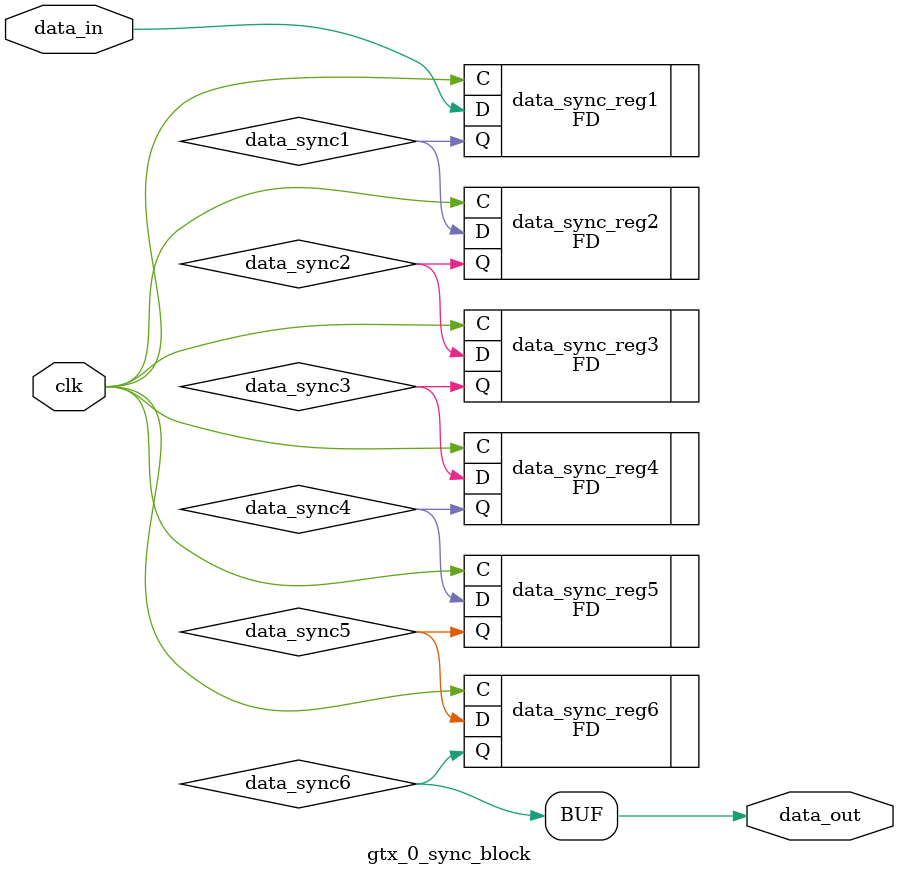
<source format=v>




`timescale 1ps / 1ps

//(* dont_touch = "yes" *)
module gtx_0_sync_block #(
  parameter INITIALISE = 6'b000000
)
(
  input        clk,              // clock to be sync'ed to
  input        data_in,          // Data to be 'synced'
  output       data_out          // synced data
);

  // Internal Signals
  wire data_sync1;
  wire data_sync2;
  wire data_sync3;
  wire data_sync4;
  wire data_sync5;
  wire data_sync6;


  (* shreg_extract = "no", ASYNC_REG = "TRUE" *)
  FD #(
    .INIT (INITIALISE[0])
  ) data_sync_reg1 (
    .C  (clk),
    .D  (data_in),
    .Q  (data_sync1)
  );


  (* shreg_extract = "no", ASYNC_REG = "TRUE" *)
  FD #(
   .INIT (INITIALISE[1])
  ) data_sync_reg2 (
  .C  (clk),
  .D  (data_sync1),
  .Q  (data_sync2)
  );


  (* shreg_extract = "no", ASYNC_REG = "TRUE" *)
  FD #(
   .INIT (INITIALISE[2])
  ) data_sync_reg3 (
  .C  (clk),
  .D  (data_sync2),
  .Q  (data_sync3)
  );

  (* shreg_extract = "no", ASYNC_REG = "TRUE" *)
  FD #(
   .INIT (INITIALISE[3])
  ) data_sync_reg4 (
  .C  (clk),
  .D  (data_sync3),
  .Q  (data_sync4)
  );

  (* shreg_extract = "no", ASYNC_REG = "TRUE" *)
  FD #(
   .INIT (INITIALISE[4])
  ) data_sync_reg5 (
  .C  (clk),
  .D  (data_sync4),
  .Q  (data_sync5)
  );

  (* shreg_extract = "no", ASYNC_REG = "TRUE" *)
  FD #(
   .INIT (INITIALISE[5])
  ) data_sync_reg6 (
  .C  (clk),
  .D  (data_sync5),
  .Q  (data_sync6)
  );
  assign data_out = data_sync6;



endmodule

</source>
